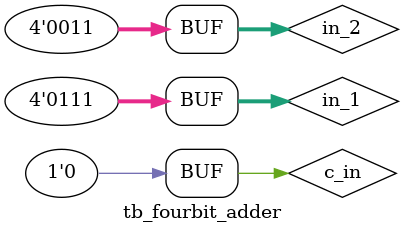
<source format=v>
`timescale 1ns / 1ps


module tb_fourbit_adder;

	// Inputs
	reg [3:0] in_1;
	reg [3:0] in_2;
	reg c_in;

	// Outputs
	wire [3:0] sum;
	wire c_out;

	// Instantiate the Unit Under Test (UUT)
	fourbit_adder uut (
		.in_1(in_1), 
		.in_2(in_2), 
		.c_in(c_in), 
		.sum(sum), 
		.c_out(c_out)
	);

	initial begin
		// Initialize Inputs
		in_1 = 0;
		in_2 = 0;
		c_in = 0;

		// Wait 100 ns for global reset to finish
		#100;
      in_1 = 4'b1011;
		in_2 = 4'b1011;
		#2;
      in_1 = 4'b1111;
		in_2 = 4'b1111;
		#2;
      in_1 = 4'b0011;
		in_2 = 4'b1110;
		#2;
      in_1 = 4'b0010;
		in_2 = 4'b1000;
		#2;
      in_1 = 4'b1010;
		in_2 = 4'b0101;
		#2;		
      in_1 = 4'b0111;
		in_2 = 4'b0011;
		#2;		
		// Add stimulus here

	end
      
endmodule


</source>
